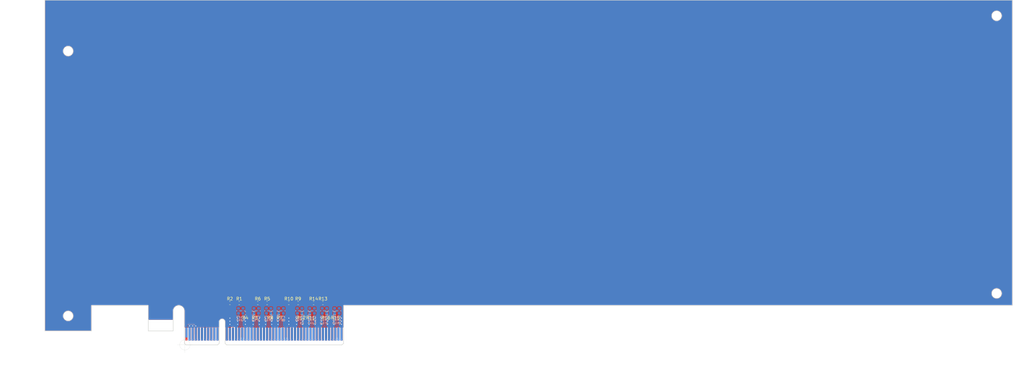
<source format=kicad_pcb>
(kicad_pcb (version 20171130) (host pcbnew 5.1.3-ffb9f22~84~ubuntu16.04.1)
  (title_block (title PCIexpress_x16_full) (company "Author: Luca Anastasio"))
  (layers (0 F.Cu power) (1 In1.Cu power) (2 In2.Cu power) (31 B.Cu power) (34 B.Paste user) (35 F.Paste user) (36 B.SilkS user) (37 F.SilkS user) (38 B.Mask user) (39 F.Mask user) (44 Edge.Cuts user))
  (net 0 "")
  (net 1 GND)
  (net 2 "Net-(J2-PadA33)")
  (net 3 "Net-(J2-PadA32)")
  (net 4 "Net-(J2-PadA19)")
  (net 5 +12V)
  (net 6 +3V3)
  (net 7 +3.3VA)
  (net 8 "Net-(J2-PadB12)")
  (net 9 "Net-(J2-PadB30)")
  (net 10 /PER0_P)
  (net 11 /PER0_N)
  (net 12 /PER1_P)
  (net 13 /PER1_N)
  (net 14 /PER2_P)
  (net 15 /PER2_N)
  (net 16 /PER3_P)
  (net 17 /PER3_N)
  (net 18 /PER4_P)
  (net 19 /PER4_N)
  (net 20 /PER5_P)
  (net 21 /PER5_N)
  (net 22 /PER6_P)
  (net 23 /PER6_N)
  (net 24 /PER7_P)
  (net 25 /PER7_N)
  (net 26 /~PRSNT2x8)
  (net 27 /PET7_N)
  (net 28 /PET7_P)
  (net 29 /PET6_N)
  (net 30 /PET6_P)
  (net 31 /PET5_N)
  (net 32 /PET5_P)
  (net 33 /PET4_N)
  (net 34 /PET4_P)
  (net 35 /~PRSNT2x4)
  (net 36 /PET3_N)
  (net 37 /PET3_P)
  (net 38 /PET2_N)
  (net 39 /PET2_P)
  (net 40 /PET1_N)
  (net 41 /PET1_P)
  (net 42 /SMCLK)
  (net 43 /SMDAT)
  (net 44 /~TRST)
  (net 45 /~WAKE)
  (net 46 /PET0_P)
  (net 47 /PET0_N)
  (net 48 /~PRSNT2x1)
  (net 49 /~PRSNT1)
  (net 50 /TCK)
  (net 51 /TDI)
  (net 52 /TDO)
  (net 53 /TMS)
  (net 54 /~PERST)
  (net 55 /REFCLK-)
  (net 56 /REFCLK+)
  (net 57 /PCIexpress_connector/_PER0_P)
  (net 58 /PCIexpress_connector/_PER0_N)
  (net 59 /PCIexpress_connector/_PER1_P)
  (net 60 /PCIexpress_connector/_PER1_N)
  (net 61 /PCIexpress_connector/_PER2_P)
  (net 62 /PCIexpress_connector/_PER2_N)
  (net 63 /PCIexpress_connector/_PER3_P)
  (net 64 /PCIexpress_connector/_PER3_N)
  (net 65 /PCIexpress_connector/_PER4_P)
  (net 66 /PCIexpress_connector/_PER4_N)
  (net 67 /PCIexpress_connector/_PER5_P)
  (net 68 /PCIexpress_connector/_PER5_N)
  (net 69 /PCIexpress_connector/_PER6_P)
  (net 70 /PCIexpress_connector/_PER6_N)
  (net 71 /PCIexpress_connector/_PER7_P)
  (net 72 /PCIexpress_connector/_PER7_N)
  (module PCIexpress:PCIexpress_x8 (layer F.Cu) (at 109.625 194.125)
    (fp_text reference J2 hide)
    (fp_text value PCIexpress_x8)
    (pad B49 connect rect (at 50.5 -3.5) (size 0.7 4.2) (layers F.Cu) (net 1 GND))
    (pad B48 connect rect (at 49.5 -4) (size 0.7 3.2) (layers F.Cu) (net 26 /~PRSNT2x8))
    (pad B47 connect rect (at 48.5 -3.5) (size 0.7 4.2) (layers F.Cu) (net 1 GND))
    (pad B46 connect rect (at 47.5 -3.5) (size 0.7 4.2) (layers F.Cu) (net 27 /PET7_N))
    (pad B45 connect rect (at 46.5 -3.5) (size 0.7 4.2) (layers F.Cu) (net 28 /PET7_P))
    (pad B44 connect rect (at 45.5 -3.5) (size 0.7 4.2) (layers F.Cu) (net 1 GND))
    (pad B43 connect rect (at 44.5 -3.5) (size 0.7 4.2) (layers F.Cu) (net 1 GND))
    (pad B42 connect rect (at 43.5 -3.5) (size 0.7 4.2) (layers F.Cu) (net 29 /PET6_N))
    (pad B41 connect rect (at 42.5 -3.5) (size 0.7 4.2) (layers F.Cu) (net 30 /PET6_P))
    (pad B40 connect rect (at 41.5 -3.5) (size 0.7 4.2) (layers F.Cu) (net 1 GND))
    (pad B39 connect rect (at 40.5 -3.5) (size 0.7 4.2) (layers F.Cu) (net 1 GND))
    (pad B38 connect rect (at 39.5 -3.5) (size 0.7 4.2) (layers F.Cu) (net 31 /PET5_N))
    (pad B37 connect rect (at 38.5 -3.5) (size 0.7 4.2) (layers F.Cu) (net 32 /PET5_P))
    (pad B36 connect rect (at 37.5 -3.5) (size 0.7 4.2) (layers F.Cu) (net 1 GND))
    (pad B35 connect rect (at 36.5 -3.5) (size 0.7 4.2) (layers F.Cu) (net 1 GND))
    (pad B34 connect rect (at 35.5 -3.5) (size 0.7 4.2) (layers F.Cu) (net 33 /PET4_N))
    (pad B33 connect rect (at 34.5 -3.5) (size 0.7 4.2) (layers F.Cu) (net 34 /PET4_P))
    (pad A49 connect rect (at 50.5 -3.5) (size 0.7 4.2) (layers B.Cu) (net 1 GND))
    (pad A48 connect rect (at 49.5 -3.5) (size 0.7 4.2) (layers B.Cu) (net 72 /PCIexpress_connector/_PER7_N))
    (pad A47 connect rect (at 48.5 -3.5) (size 0.7 4.2) (layers B.Cu) (net 71 /PCIexpress_connector/_PER7_P))
    (pad A46 connect rect (at 47.5 -3.5) (size 0.7 4.2) (layers B.Cu) (net 1 GND))
    (pad A45 connect rect (at 46.5 -3.5) (size 0.7 4.2) (layers B.Cu) (net 1 GND))
    (pad A44 connect rect (at 45.5 -3.5) (size 0.7 4.2) (layers B.Cu) (net 70 /PCIexpress_connector/_PER6_N))
    (pad A43 connect rect (at 44.5 -3.5) (size 0.7 4.2) (layers B.Cu) (net 69 /PCIexpress_connector/_PER6_P))
    (pad A42 connect rect (at 43.5 -3.5) (size 0.7 4.2) (layers B.Cu) (net 1 GND))
    (pad A41 connect rect (at 42.5 -3.5) (size 0.7 4.2) (layers B.Cu) (net 1 GND))
    (pad A40 connect rect (at 41.5 -3.5) (size 0.7 4.2) (layers B.Cu) (net 68 /PCIexpress_connector/_PER5_N))
    (pad A39 connect rect (at 40.5 -3.5) (size 0.7 4.2) (layers B.Cu) (net 67 /PCIexpress_connector/_PER5_P))
    (pad A38 connect rect (at 39.5 -3.5) (size 0.7 4.2) (layers B.Cu) (net 1 GND))
    (pad A37 connect rect (at 38.5 -3.5) (size 0.7 4.2) (layers B.Cu) (net 1 GND))
    (pad A36 connect rect (at 37.5 -3.5) (size 0.7 4.2) (layers B.Cu) (net 66 /PCIexpress_connector/_PER4_N))
    (pad A35 connect rect (at 36.5 -3.5) (size 0.7 4.2) (layers B.Cu) (net 65 /PCIexpress_connector/_PER4_P))
    (pad A34 connect rect (at 35.5 -3.5) (size 0.7 4.2) (layers B.Cu) (net 1 GND))
    (pad A33 connect rect (at 34.5 -3.5) (size 0.7 4.2) (layers B.Cu) (net 2 "Net-(J2-PadA33)"))
    (pad A32 connect rect (at 33.5 -3.5) (size 0.7 4.2) (layers B.Cu) (net 3 "Net-(J2-PadA32)"))
    (pad A31 connect rect (at 32.5 -3.5) (size 0.7 4.2) (layers B.Cu) (net 1 GND))
    (pad A30 connect rect (at 31.5 -3.5) (size 0.7 4.2) (layers B.Cu) (net 64 /PCIexpress_connector/_PER3_N))
    (pad A29 connect rect (at 30.5 -3.5) (size 0.7 4.2) (layers B.Cu) (net 63 /PCIexpress_connector/_PER3_P))
    (pad A28 connect rect (at 29.5 -3.5) (size 0.7 4.2) (layers B.Cu) (net 1 GND))
    (pad A27 connect rect (at 28.5 -3.5) (size 0.7 4.2) (layers B.Cu) (net 1 GND))
    (pad A26 connect rect (at 27.5 -3.5) (size 0.7 4.2) (layers B.Cu) (net 62 /PCIexpress_connector/_PER2_N))
    (pad A25 connect rect (at 26.5 -3.5) (size 0.7 4.2) (layers B.Cu) (net 61 /PCIexpress_connector/_PER2_P))
    (pad A24 connect rect (at 25.5 -3.5) (size 0.7 4.2) (layers B.Cu) (net 1 GND))
    (pad A23 connect rect (at 24.5 -3.5) (size 0.7 4.2) (layers B.Cu) (net 1 GND))
    (pad A22 connect rect (at 23.5 -3.5) (size 0.7 4.2) (layers B.Cu) (net 60 /PCIexpress_connector/_PER1_N))
    (pad A21 connect rect (at 22.5 -3.5) (size 0.7 4.2) (layers B.Cu) (net 59 /PCIexpress_connector/_PER1_P))
    (pad A20 connect rect (at 21.5 -3.5) (size 0.7 4.2) (layers B.Cu) (net 1 GND))
    (pad B32 connect rect (at 33.5 -3.5) (size 0.7 4.2) (layers F.Cu) (net 1 GND))
    (pad B31 connect rect (at 32.5 -4) (size 0.7 3.2) (layers F.Cu) (net 35 /~PRSNT2x4))
    (pad B30 connect rect (at 31.5 -3.5) (size 0.7 4.2) (layers F.Cu) (net 9 "Net-(J2-PadB30)"))
    (pad B29 connect rect (at 30.5 -3.5) (size 0.7 4.2) (layers F.Cu) (net 1 GND))
    (pad B28 connect rect (at 29.5 -3.5) (size 0.7 4.2) (layers F.Cu) (net 36 /PET3_N))
    (pad B27 connect rect (at 28.5 -3.5) (size 0.7 4.2) (layers F.Cu) (net 37 /PET3_P))
    (pad B26 connect rect (at 27.5 -3.5) (size 0.7 4.2) (layers F.Cu) (net 1 GND))
    (pad B25 connect rect (at 26.5 -3.5) (size 0.7 4.2) (layers F.Cu) (net 1 GND))
    (pad B24 connect rect (at 25.5 -3.5) (size 0.7 4.2) (layers F.Cu) (net 38 /PET2_N))
    (pad B23 connect rect (at 24.5 -3.5) (size 0.7 4.2) (layers F.Cu) (net 39 /PET2_P))
    (pad B22 connect rect (at 23.5 -3.5) (size 0.7 4.2) (layers F.Cu) (net 1 GND))
    (pad B21 connect rect (at 22.5 -3.5) (size 0.7 4.2) (layers F.Cu) (net 1 GND))
    (pad B20 connect rect (at 21.5 -3.5) (size 0.7 4.2) (layers F.Cu) (net 40 /PET1_N))
    (pad A19 connect rect (at 20.5 -3.5) (size 0.7 4.2) (layers B.Cu) (net 4 "Net-(J2-PadA19)"))
    (pad B19 connect rect (at 20.5 -3.5) (size 0.7 4.2) (layers F.Cu) (net 41 /PET1_P))
    (pad B1 connect rect (at 0.5 -3.5) (size 0.7 4.2) (layers F.Cu) (net 5 +12V))
    (pad B2 connect rect (at 1.5 -3.5) (size 0.7 4.2) (layers F.Cu) (net 5 +12V))
    (pad B3 connect rect (at 2.5 -3.5) (size 0.7 4.2) (layers F.Cu) (net 5 +12V))
    (pad B4 connect rect (at 3.5 -3.5) (size 0.7 4.2) (layers F.Cu) (net 1 GND))
    (pad B5 connect rect (at 4.5 -3.5) (size 0.7 4.2) (layers F.Cu) (net 42 /SMCLK))
    (pad B6 connect rect (at 5.5 -3.5) (size 0.7 4.2) (layers F.Cu) (net 43 /SMDAT))
    (pad B7 connect rect (at 6.5 -3.5) (size 0.7 4.2) (layers F.Cu) (net 1 GND))
    (pad B8 connect rect (at 7.5 -3.5) (size 0.7 4.2) (layers F.Cu) (net 6 +3V3))
    (pad B9 connect rect (at 8.5 -3.5) (size 0.7 4.2) (layers F.Cu) (net 44 /~TRST))
    (pad B10 connect rect (at 9.5 -3.5) (size 0.7 4.2) (layers F.Cu) (net 7 +3.3VA))
    (pad B11 connect rect (at 10.5 -3.5) (size 0.7 4.2) (layers F.Cu) (net 45 /~WAKE))
    (pad B14 connect rect (at 15.5 -3.5) (size 0.7 4.2) (layers F.Cu) (net 46 /PET0_P))
    (pad B15 connect rect (at 16.5 -3.5) (size 0.7 4.2) (layers F.Cu) (net 47 /PET0_N))
    (pad B16 connect rect (at 17.5 -3.5) (size 0.7 4.2) (layers F.Cu) (net 1 GND))
    (pad B17 connect rect (at 18.5 -4) (size 0.7 3.2) (layers F.Cu) (net 48 /~PRSNT2x1))
    (pad B18 connect rect (at 19.5 -3.5) (size 0.7 4.2) (layers F.Cu) (net 1 GND))
    (pad B12 connect rect (at 13.5 -3.5) (size 0.7 4.2) (layers F.Cu) (net 8 "Net-(J2-PadB12)"))
    (pad B13 connect rect (at 14.5 -3.5) (size 0.7 4.2) (layers F.Cu) (net 1 GND))
    (pad A1 connect rect (at 0.5 -4) (size 0.7 3.2) (layers B.Cu) (net 49 /~PRSNT1))
    (pad A2 connect rect (at 1.5 -3.5) (size 0.7 4.2) (layers B.Cu) (net 5 +12V))
    (pad A3 connect rect (at 2.5 -3.5) (size 0.7 4.2) (layers B.Cu) (net 5 +12V))
    (pad A4 connect rect (at 3.5 -3.5) (size 0.7 4.2) (layers B.Cu) (net 1 GND))
    (pad A5 connect rect (at 4.5 -3.5) (size 0.7 4.2) (layers B.Cu) (net 50 /TCK))
    (pad A6 connect rect (at 5.5 -3.5) (size 0.7 4.2) (layers B.Cu) (net 51 /TDI))
    (pad A7 connect rect (at 6.5 -3.5) (size 0.7 4.2) (layers B.Cu) (net 52 /TDO))
    (pad A8 connect rect (at 7.5 -3.5) (size 0.7 4.2) (layers B.Cu) (net 53 /TMS))
    (pad A9 connect rect (at 8.5 -3.5) (size 0.7 4.2) (layers B.Cu) (net 6 +3V3))
    (pad A10 connect rect (at 9.5 -3.5) (size 0.7 4.2) (layers B.Cu) (net 6 +3V3))
    (pad A11 connect rect (at 10.5 -3.5) (size 0.7 4.2) (layers B.Cu) (net 54 /~PERST))
    (pad A14 connect rect (at 15.5 -3.5) (size 0.7 4.2) (layers B.Cu) (net 55 /REFCLK-))
    (pad A15 connect rect (at 16.5 -3.5) (size 0.7 4.2) (layers B.Cu) (net 1 GND))
    (pad A16 connect rect (at 17.5 -3.5) (size 0.7 4.2) (layers B.Cu) (net 57 /PCIexpress_connector/_PER0_P))
    (pad A17 connect rect (at 18.5 -3.5) (size 0.7 4.2) (layers B.Cu) (net 58 /PCIexpress_connector/_PER0_N))
    (pad A18 connect rect (at 19.5 -3.5) (size 0.7 4.2) (layers B.Cu) (net 1 GND))
    (pad A12 connect rect (at 13.5 -3.5) (size 0.7 4.2) (layers B.Cu) (net 1 GND))
    (pad A13 connect rect (at 14.5 -3.5) (size 0.7 4.2) (layers B.Cu) (net 56 /REFCLK+))
  )
  (module Resistor_SMD:R_0603_1608Metric (layer F.Cu) (at 155.125 183.875 180)
    (fp_text reference R16 (at 0 -1.5) (layer F.SilkS))
    (fp_text value 49.9)
    (fp_line (start -0.162779 0.51) (end 0.162779 0.51) (layer F.SilkS) (width 0.12))
    (fp_line (start -0.162779 -0.51) (end 0.162779 -0.51) (layer F.SilkS) (width 0.12))
    (pad 2 smd roundrect (at 0.7875 0 180) (size 0.875 0.95) (layers F.Cu F.Paste F.Mask) (net 1 GND))
    (pad 1 smd roundrect (at -0.7875 0 180) (size 0.875 0.95) (layers F.Cu F.Paste F.Mask) (net 28 /PET7_P))
  )
  (module Resistor_SMD:R_0603_1608Metric (layer F.Cu) (at 158.125 183.875)
    (fp_text reference R15 (at 0 1.5) (layer F.SilkS))
    (fp_text value 49.9)
    (fp_line (start -0.162779 0.51) (end 0.162779 0.51) (layer F.SilkS) (width 0.12))
    (fp_line (start -0.162779 -0.51) (end 0.162779 -0.51) (layer F.SilkS) (width 0.12))
    (pad 2 smd roundrect (at 0.7875 0) (size 0.875 0.95) (layers F.Cu F.Paste F.Mask) (net 1 GND))
    (pad 1 smd roundrect (at -0.7875 0) (size 0.875 0.95) (layers F.Cu F.Paste F.Mask) (net 27 /PET7_N))
  )
  (module Resistor_SMD:R_0603_1608Metric (layer F.Cu) (at 151.125 180.625 180)
    (fp_text reference R14 (at 0 1.375) (layer F.SilkS))
    (fp_text value 49.9)
    (fp_line (start -0.162779 0.51) (end 0.162779 0.51) (layer F.SilkS) (width 0.12))
    (fp_line (start -0.162779 -0.51) (end 0.162779 -0.51) (layer F.SilkS) (width 0.12))
    (pad 2 smd roundrect (at 0.7875 0 180) (size 0.875 0.95) (layers F.Cu F.Paste F.Mask) (net 1 GND))
    (pad 1 smd roundrect (at -0.7875 0 180) (size 0.875 0.95) (layers F.Cu F.Paste F.Mask) (net 30 /PET6_P))
  )
  (module Resistor_SMD:R_0603_1608Metric (layer F.Cu) (at 154.125 180.625)
    (fp_text reference R13 (at 0 -1.375) (layer F.SilkS))
    (fp_text value 49.9)
    (fp_line (start -0.162779 0.51) (end 0.162779 0.51) (layer F.SilkS) (width 0.12))
    (fp_line (start -0.162779 -0.51) (end 0.162779 -0.51) (layer F.SilkS) (width 0.12))
    (pad 2 smd roundrect (at 0.7875 0) (size 0.875 0.95) (layers F.Cu F.Paste F.Mask) (net 1 GND))
    (pad 1 smd roundrect (at -0.7875 0) (size 0.875 0.95) (layers F.Cu F.Paste F.Mask) (net 29 /PET6_N))
  )
  (module Resistor_SMD:R_0603_1608Metric (layer F.Cu) (at 147.125 183.875 180)
    (fp_text reference R12 (at 0 -1.5) (layer F.SilkS))
    (fp_text value 49.9)
    (fp_line (start -0.162779 0.51) (end 0.162779 0.51) (layer F.SilkS) (width 0.12))
    (fp_line (start -0.162779 -0.51) (end 0.162779 -0.51) (layer F.SilkS) (width 0.12))
    (pad 2 smd roundrect (at 0.7875 0 180) (size 0.875 0.95) (layers F.Cu F.Paste F.Mask) (net 1 GND))
    (pad 1 smd roundrect (at -0.7875 0 180) (size 0.875 0.95) (layers F.Cu F.Paste F.Mask) (net 32 /PET5_P))
  )
  (module Resistor_SMD:R_0603_1608Metric (layer F.Cu) (at 150.125 183.875)
    (fp_text reference R11 (at 0 1.5) (layer F.SilkS))
    (fp_text value 49.9)
    (fp_line (start -0.162779 0.51) (end 0.162779 0.51) (layer F.SilkS) (width 0.12))
    (fp_line (start -0.162779 -0.51) (end 0.162779 -0.51) (layer F.SilkS) (width 0.12))
    (pad 2 smd roundrect (at 0.7875 0) (size 0.875 0.95) (layers F.Cu F.Paste F.Mask) (net 1 GND))
    (pad 1 smd roundrect (at -0.7875 0) (size 0.875 0.95) (layers F.Cu F.Paste F.Mask) (net 31 /PET5_N))
  )
  (module Resistor_SMD:R_0603_1608Metric (layer F.Cu) (at 143.125 180.625 180)
    (fp_text reference R10 (at 0 1.375) (layer F.SilkS))
    (fp_text value 49.9)
    (fp_line (start -0.162779 0.51) (end 0.162779 0.51) (layer F.SilkS) (width 0.12))
    (fp_line (start -0.162779 -0.51) (end 0.162779 -0.51) (layer F.SilkS) (width 0.12))
    (pad 2 smd roundrect (at 0.7875 0 180) (size 0.875 0.95) (layers F.Cu F.Paste F.Mask) (net 1 GND))
    (pad 1 smd roundrect (at -0.7875 0 180) (size 0.875 0.95) (layers F.Cu F.Paste F.Mask) (net 34 /PET4_P))
  )
  (module Resistor_SMD:R_0603_1608Metric (layer F.Cu) (at 146.125 180.625)
    (fp_text reference R9 (at 0 -1.375) (layer F.SilkS))
    (fp_text value 49.9)
    (fp_line (start -0.162779 0.51) (end 0.162779 0.51) (layer F.SilkS) (width 0.12))
    (fp_line (start -0.162779 -0.51) (end 0.162779 -0.51) (layer F.SilkS) (width 0.12))
    (pad 2 smd roundrect (at 0.7875 0) (size 0.875 0.95) (layers F.Cu F.Paste F.Mask) (net 1 GND))
    (pad 1 smd roundrect (at -0.7875 0) (size 0.875 0.95) (layers F.Cu F.Paste F.Mask) (net 33 /PET4_N))
  )
  (module Resistor_SMD:R_0603_1608Metric (layer F.Cu) (at 137.125 183.875 180)
    (fp_text reference R8 (at 0 -1.5) (layer F.SilkS))
    (fp_text value 49.9)
    (fp_line (start -0.162779 0.51) (end 0.162779 0.51) (layer F.SilkS) (width 0.12))
    (fp_line (start -0.162779 -0.51) (end 0.162779 -0.51) (layer F.SilkS) (width 0.12))
    (pad 2 smd roundrect (at 0.7875 0 180) (size 0.875 0.95) (layers F.Cu F.Paste F.Mask) (net 1 GND))
    (pad 1 smd roundrect (at -0.7875 0 180) (size 0.875 0.95) (layers F.Cu F.Paste F.Mask) (net 37 /PET3_P))
  )
  (module Resistor_SMD:R_0603_1608Metric (layer F.Cu) (at 140.125 183.875)
    (fp_text reference R7 (at 0 1.5) (layer F.SilkS))
    (fp_text value 49.9)
    (fp_line (start -0.162779 0.51) (end 0.162779 0.51) (layer F.SilkS) (width 0.12))
    (fp_line (start -0.162779 -0.51) (end 0.162779 -0.51) (layer F.SilkS) (width 0.12))
    (pad 2 smd roundrect (at 0.7875 0) (size 0.875 0.95) (layers F.Cu F.Paste F.Mask) (net 1 GND))
    (pad 1 smd roundrect (at -0.7875 0) (size 0.875 0.95) (layers F.Cu F.Paste F.Mask) (net 36 /PET3_N))
  )
  (module Resistor_SMD:R_0603_1608Metric (layer F.Cu) (at 133.125 180.625 180)
    (fp_text reference R6 (at 0 1.375) (layer F.SilkS))
    (fp_text value 49.9)
    (fp_line (start -0.162779 0.51) (end 0.162779 0.51) (layer F.SilkS) (width 0.12))
    (fp_line (start -0.162779 -0.51) (end 0.162779 -0.51) (layer F.SilkS) (width 0.12))
    (pad 2 smd roundrect (at 0.7875 0 180) (size 0.875 0.95) (layers F.Cu F.Paste F.Mask) (net 1 GND))
    (pad 1 smd roundrect (at -0.7875 0 180) (size 0.875 0.95) (layers F.Cu F.Paste F.Mask) (net 39 /PET2_P))
  )
  (module Resistor_SMD:R_0603_1608Metric (layer F.Cu) (at 136.125 180.625)
    (fp_text reference R5 (at 0 -1.375) (layer F.SilkS))
    (fp_text value 49.9)
    (fp_line (start -0.162779 0.51) (end 0.162779 0.51) (layer F.SilkS) (width 0.12))
    (fp_line (start -0.162779 -0.51) (end 0.162779 -0.51) (layer F.SilkS) (width 0.12))
    (pad 2 smd roundrect (at 0.7875 0) (size 0.875 0.95) (layers F.Cu F.Paste F.Mask) (net 1 GND))
    (pad 1 smd roundrect (at -0.7875 0) (size 0.875 0.95) (layers F.Cu F.Paste F.Mask) (net 38 /PET2_N))
  )
  (module Resistor_SMD:R_0603_1608Metric (layer F.Cu) (at 129.125 183.875 180)
    (fp_text reference R4 (at 0 -1.5) (layer F.SilkS))
    (fp_text value 49.9)
    (fp_line (start -0.162779 0.51) (end 0.162779 0.51) (layer F.SilkS) (width 0.12))
    (fp_line (start -0.162779 -0.51) (end 0.162779 -0.51) (layer F.SilkS) (width 0.12))
    (pad 2 smd roundrect (at 0.7875 0 180) (size 0.875 0.95) (layers F.Cu F.Paste F.Mask) (net 1 GND))
    (pad 1 smd roundrect (at -0.7875 0 180) (size 0.875 0.95) (layers F.Cu F.Paste F.Mask) (net 41 /PET1_P))
  )
  (module Resistor_SMD:R_0603_1608Metric (layer F.Cu) (at 132.125 183.875)
    (fp_text reference R3 (at 0 1.5) (layer F.SilkS))
    (fp_text value 49.9)
    (fp_line (start -0.162779 0.51) (end 0.162779 0.51) (layer F.SilkS) (width 0.12))
    (fp_line (start -0.162779 -0.51) (end 0.162779 -0.51) (layer F.SilkS) (width 0.12))
    (pad 2 smd roundrect (at 0.7875 0) (size 0.875 0.95) (layers F.Cu F.Paste F.Mask) (net 1 GND))
    (pad 1 smd roundrect (at -0.7875 0) (size 0.875 0.95) (layers F.Cu F.Paste F.Mask) (net 40 /PET1_N))
  )
  (module Capacitor_SMD:C_0603_1608Metric (layer B.Cu) (at 159.375 183.125 90)
    (fp_text reference C16 (at -3 0 90) (layer B.SilkS) (effects (justify mirror)))
    (fp_text value 100n)
    (fp_line (start -0.162779 -0.51) (end 0.162779 -0.51) (layer B.SilkS) (width 0.12))
    (fp_line (start -0.162779 0.51) (end 0.162779 0.51) (layer B.SilkS) (width 0.12))
    (pad 2 smd roundrect (at 0.7875 0 90) (size 0.875 0.95) (layers B.Cu B.Paste B.Mask) (net 25 /PER7_N))
    (pad 1 smd roundrect (at -0.7875 0 90) (size 0.875 0.95) (layers B.Cu B.Paste B.Mask) (net 72 /PCIexpress_connector/_PER7_N))
  )
  (module Capacitor_SMD:C_0603_1608Metric (layer B.Cu) (at 157.875 183.125 270)
    (fp_text reference C15 (at 3 0 90) (layer B.SilkS) (effects (justify mirror)))
    (fp_text value 100n)
    (fp_line (start -0.162779 -0.51) (end 0.162779 -0.51) (layer B.SilkS) (width 0.12))
    (fp_line (start -0.162779 0.51) (end 0.162779 0.51) (layer B.SilkS) (width 0.12))
    (pad 2 smd roundrect (at 0.7875 0 270) (size 0.875 0.95) (layers B.Cu B.Paste B.Mask) (net 71 /PCIexpress_connector/_PER7_P))
    (pad 1 smd roundrect (at -0.7875 0 270) (size 0.875 0.95) (layers B.Cu B.Paste B.Mask) (net 24 /PER7_P))
  )
  (module Capacitor_SMD:C_0603_1608Metric (layer B.Cu) (at 155.375 183.125 90)
    (fp_text reference C14 (at -3 0 90) (layer B.SilkS) (effects (justify mirror)))
    (fp_text value 100n)
    (fp_line (start -0.162779 -0.51) (end 0.162779 -0.51) (layer B.SilkS) (width 0.12))
    (fp_line (start -0.162779 0.51) (end 0.162779 0.51) (layer B.SilkS) (width 0.12))
    (pad 2 smd roundrect (at 0.7875 0 90) (size 0.875 0.95) (layers B.Cu B.Paste B.Mask) (net 23 /PER6_N))
    (pad 1 smd roundrect (at -0.7875 0 90) (size 0.875 0.95) (layers B.Cu B.Paste B.Mask) (net 70 /PCIexpress_connector/_PER6_N))
  )
  (module Capacitor_SMD:C_0603_1608Metric (layer B.Cu) (at 153.875 183.125 270)
    (fp_text reference C13 (at 3 0 90) (layer B.SilkS) (effects (justify mirror)))
    (fp_text value 100n)
    (fp_line (start -0.162779 -0.51) (end 0.162779 -0.51) (layer B.SilkS) (width 0.12))
    (fp_line (start -0.162779 0.51) (end 0.162779 0.51) (layer B.SilkS) (width 0.12))
    (pad 2 smd roundrect (at 0.7875 0 270) (size 0.875 0.95) (layers B.Cu B.Paste B.Mask) (net 69 /PCIexpress_connector/_PER6_P))
    (pad 1 smd roundrect (at -0.7875 0 270) (size 0.875 0.95) (layers B.Cu B.Paste B.Mask) (net 22 /PER6_P))
  )
  (module Capacitor_SMD:C_0603_1608Metric (layer B.Cu) (at 151.375 183.125 90)
    (fp_text reference C12 (at -3 0 90) (layer B.SilkS) (effects (justify mirror)))
    (fp_text value 100n)
    (fp_line (start -0.162779 -0.51) (end 0.162779 -0.51) (layer B.SilkS) (width 0.12))
    (fp_line (start -0.162779 0.51) (end 0.162779 0.51) (layer B.SilkS) (width 0.12))
    (pad 2 smd roundrect (at 0.7875 0 90) (size 0.875 0.95) (layers B.Cu B.Paste B.Mask) (net 21 /PER5_N))
    (pad 1 smd roundrect (at -0.7875 0 90) (size 0.875 0.95) (layers B.Cu B.Paste B.Mask) (net 68 /PCIexpress_connector/_PER5_N))
  )
  (module Capacitor_SMD:C_0603_1608Metric (layer B.Cu) (at 149.875 183.125 270)
    (fp_text reference C11 (at 3 0 90) (layer B.SilkS) (effects (justify mirror)))
    (fp_text value 100n)
    (fp_line (start -0.162779 -0.51) (end 0.162779 -0.51) (layer B.SilkS) (width 0.12))
    (fp_line (start -0.162779 0.51) (end 0.162779 0.51) (layer B.SilkS) (width 0.12))
    (pad 2 smd roundrect (at 0.7875 0 270) (size 0.875 0.95) (layers B.Cu B.Paste B.Mask) (net 67 /PCIexpress_connector/_PER5_P))
    (pad 1 smd roundrect (at -0.7875 0 270) (size 0.875 0.95) (layers B.Cu B.Paste B.Mask) (net 20 /PER5_P))
  )
  (module Capacitor_SMD:C_0603_1608Metric (layer B.Cu) (at 147.375 183.125 90)
    (fp_text reference C10 (at -3 0 90) (layer B.SilkS) (effects (justify mirror)))
    (fp_text value 100n)
    (fp_line (start -0.162779 -0.51) (end 0.162779 -0.51) (layer B.SilkS) (width 0.12))
    (fp_line (start -0.162779 0.51) (end 0.162779 0.51) (layer B.SilkS) (width 0.12))
    (pad 2 smd roundrect (at 0.7875 0 90) (size 0.875 0.95) (layers B.Cu B.Paste B.Mask) (net 19 /PER4_N))
    (pad 1 smd roundrect (at -0.7875 0 90) (size 0.875 0.95) (layers B.Cu B.Paste B.Mask) (net 66 /PCIexpress_connector/_PER4_N))
  )
  (module Capacitor_SMD:C_0603_1608Metric (layer B.Cu) (at 145.875 183.125 270)
    (fp_text reference C9 (at 2.5 0 90) (layer B.SilkS) (effects (justify mirror)))
    (fp_text value 100n)
    (fp_line (start -0.162779 -0.51) (end 0.162779 -0.51) (layer B.SilkS) (width 0.12))
    (fp_line (start -0.162779 0.51) (end 0.162779 0.51) (layer B.SilkS) (width 0.12))
    (pad 2 smd roundrect (at 0.7875 0 270) (size 0.875 0.95) (layers B.Cu B.Paste B.Mask) (net 65 /PCIexpress_connector/_PER4_P))
    (pad 1 smd roundrect (at -0.7875 0 270) (size 0.875 0.95) (layers B.Cu B.Paste B.Mask) (net 18 /PER4_P))
  )
  (module Capacitor_SMD:C_0603_1608Metric (layer B.Cu) (at 141.375 183.125 90)
    (fp_text reference C8 (at -2.5 0 90) (layer B.SilkS) (effects (justify mirror)))
    (fp_text value 100n)
    (fp_line (start -0.162779 -0.51) (end 0.162779 -0.51) (layer B.SilkS) (width 0.12))
    (fp_line (start -0.162779 0.51) (end 0.162779 0.51) (layer B.SilkS) (width 0.12))
    (pad 2 smd roundrect (at 0.7875 0 90) (size 0.875 0.95) (layers B.Cu B.Paste B.Mask) (net 17 /PER3_N))
    (pad 1 smd roundrect (at -0.7875 0 90) (size 0.875 0.95) (layers B.Cu B.Paste B.Mask) (net 64 /PCIexpress_connector/_PER3_N))
  )
  (module Capacitor_SMD:C_0603_1608Metric (layer B.Cu) (at 139.875 183.125 270)
    (fp_text reference C7 (at 2.5 0 90) (layer B.SilkS) (effects (justify mirror)))
    (fp_text value 100n)
    (fp_line (start -0.162779 -0.51) (end 0.162779 -0.51) (layer B.SilkS) (width 0.12))
    (fp_line (start -0.162779 0.51) (end 0.162779 0.51) (layer B.SilkS) (width 0.12))
    (pad 2 smd roundrect (at 0.7875 0 270) (size 0.875 0.95) (layers B.Cu B.Paste B.Mask) (net 63 /PCIexpress_connector/_PER3_P))
    (pad 1 smd roundrect (at -0.7875 0 270) (size 0.875 0.95) (layers B.Cu B.Paste B.Mask) (net 16 /PER3_P))
  )
  (module Capacitor_SMD:C_0603_1608Metric (layer B.Cu) (at 137.375 183.125 90)
    (fp_text reference C6 (at -2.5 0 90) (layer B.SilkS) (effects (justify mirror)))
    (fp_text value 100n)
    (fp_line (start -0.162779 -0.51) (end 0.162779 -0.51) (layer B.SilkS) (width 0.12))
    (fp_line (start -0.162779 0.51) (end 0.162779 0.51) (layer B.SilkS) (width 0.12))
    (pad 2 smd roundrect (at 0.7875 0 90) (size 0.875 0.95) (layers B.Cu B.Paste B.Mask) (net 15 /PER2_N))
    (pad 1 smd roundrect (at -0.7875 0 90) (size 0.875 0.95) (layers B.Cu B.Paste B.Mask) (net 62 /PCIexpress_connector/_PER2_N))
  )
  (module Capacitor_SMD:C_0603_1608Metric (layer B.Cu) (at 135.875 183.125 270)
    (fp_text reference C5 (at 2.5 0 90) (layer B.SilkS) (effects (justify mirror)))
    (fp_text value 100n)
    (fp_line (start -0.162779 -0.51) (end 0.162779 -0.51) (layer B.SilkS) (width 0.12))
    (fp_line (start -0.162779 0.51) (end 0.162779 0.51) (layer B.SilkS) (width 0.12))
    (pad 2 smd roundrect (at 0.7875 0 270) (size 0.875 0.95) (layers B.Cu B.Paste B.Mask) (net 61 /PCIexpress_connector/_PER2_P))
    (pad 1 smd roundrect (at -0.7875 0 270) (size 0.875 0.95) (layers B.Cu B.Paste B.Mask) (net 14 /PER2_P))
  )
  (module Capacitor_SMD:C_0603_1608Metric (layer B.Cu) (at 133.375 183.125 90)
    (fp_text reference C4 (at -2.5 0 90) (layer B.SilkS) (effects (justify mirror)))
    (fp_text value 100n)
    (fp_line (start -0.162779 -0.51) (end 0.162779 -0.51) (layer B.SilkS) (width 0.12))
    (fp_line (start -0.162779 0.51) (end 0.162779 0.51) (layer B.SilkS) (width 0.12))
    (pad 2 smd roundrect (at 0.7875 0 90) (size 0.875 0.95) (layers B.Cu B.Paste B.Mask) (net 13 /PER1_N))
    (pad 1 smd roundrect (at -0.7875 0 90) (size 0.875 0.95) (layers B.Cu B.Paste B.Mask) (net 60 /PCIexpress_connector/_PER1_N))
  )
  (module Capacitor_SMD:C_0603_1608Metric (layer B.Cu) (at 131.875 183.125 270)
    (fp_text reference C3 (at 2.5 0 90) (layer B.SilkS) (effects (justify mirror)))
    (fp_text value 100n)
    (fp_line (start -0.162779 -0.51) (end 0.162779 -0.51) (layer B.SilkS) (width 0.12))
    (fp_line (start -0.162779 0.51) (end 0.162779 0.51) (layer B.SilkS) (width 0.12))
    (pad 2 smd roundrect (at 0.7875 0 270) (size 0.875 0.95) (layers B.Cu B.Paste B.Mask) (net 59 /PCIexpress_connector/_PER1_P))
    (pad 1 smd roundrect (at -0.7875 0 270) (size 0.875 0.95) (layers B.Cu B.Paste B.Mask) (net 12 /PER1_P))
  )
  (module Capacitor_SMD:C_0603_1608Metric (layer B.Cu) (at 128.375 183.125 90)
    (fp_text reference C2 (at -2.5 0 90) (layer B.SilkS) (effects (justify mirror)))
    (fp_text value 100n)
    (fp_line (start -0.162779 -0.51) (end 0.162779 -0.51) (layer B.SilkS) (width 0.12))
    (fp_line (start -0.162779 0.51) (end 0.162779 0.51) (layer B.SilkS) (width 0.12))
    (pad 2 smd roundrect (at 0.7875 0 90) (size 0.875 0.95) (layers B.Cu B.Paste B.Mask) (net 11 /PER0_N))
    (pad 1 smd roundrect (at -0.7875 0 90) (size 0.875 0.95) (layers B.Cu B.Paste B.Mask) (net 58 /PCIexpress_connector/_PER0_N))
  )
  (module Capacitor_SMD:C_0603_1608Metric (layer B.Cu) (at 126.875 183.125 270)
    (fp_text reference C1 (at 2.5 0 90) (layer B.SilkS) (effects (justify mirror)))
    (fp_text value 100n)
    (fp_line (start -0.162779 -0.51) (end 0.162779 -0.51) (layer B.SilkS) (width 0.12))
    (fp_line (start -0.162779 0.51) (end 0.162779 0.51) (layer B.SilkS) (width 0.12))
    (pad 2 smd roundrect (at 0.7875 0 270) (size 0.875 0.95) (layers B.Cu B.Paste B.Mask) (net 57 /PCIexpress_connector/_PER0_P))
    (pad 1 smd roundrect (at -0.7875 0 270) (size 0.875 0.95) (layers B.Cu B.Paste B.Mask) (net 10 /PER0_P))
  )
  (module Resistor_SMD:R_0603_1608Metric (layer F.Cu) (at 124.125 180.625 180)
    (fp_text reference R2 (at 0 1.375) (layer F.SilkS))
    (fp_text value 49.9)
    (fp_line (start -0.162779 0.51) (end 0.162779 0.51) (layer F.SilkS) (width 0.12))
    (fp_line (start -0.162779 -0.51) (end 0.162779 -0.51) (layer F.SilkS) (width 0.12))
    (pad 2 smd roundrect (at 0.7875 0 180) (size 0.875 0.95) (layers F.Cu F.Paste F.Mask) (net 1 GND))
    (pad 1 smd roundrect (at -0.7875 0 180) (size 0.875 0.95) (layers F.Cu F.Paste F.Mask) (net 46 /PET0_P))
  )
  (module Resistor_SMD:R_0603_1608Metric (layer F.Cu) (at 127.125 180.625)
    (fp_text reference R1 (at 0 -1.375) (layer F.SilkS))
    (fp_text value 49.9)
    (fp_line (start -0.162779 0.51) (end 0.162779 0.51) (layer F.SilkS) (width 0.12))
    (fp_line (start -0.162779 -0.51) (end 0.162779 -0.51) (layer F.SilkS) (width 0.12))
    (pad 2 smd roundrect (at 0.7875 0) (size 0.875 0.95) (layers F.Cu F.Paste F.Mask) (net 1 GND))
    (pad 1 smd roundrect (at -0.7875 0) (size 0.875 0.95) (layers F.Cu F.Paste F.Mask) (net 47 /PET0_N))
  )
  (module PCIexpress:PCIexpress_bracket_full (layer F.Cu) (at 109.625 194.125)
    (fp_text reference J1 hide)
    (fp_text value PCIexpress_bracket)
  )
  (gr_line (start 160.275 194.125) (end 123.075 194.125) (layer Edge.Cuts) (width 0.15))
  (gr_line (start 160.775 181.375) (end 376.4777 181.375) (layer Edge.Cuts) (width 0.15))
  (gr_line (start 160.775 193.625) (end 160.775 181.375) (layer Edge.Cuts) (width 0.15))
  (gr_line (start 160.275 194.125) (end 160.775 193.625) (layer Edge.Cuts) (width 0.15))
  (target plus (at 109.625 194.125) (size 5) (width 0.05) (layer Edge.Cuts))
  (gr_circle (center 371.395 87.995) (end 372.995 87.995) (layer Edge.Cuts) (width 0.15))
  (gr_circle (center 371.395 177.525) (end 372.995 177.525) (layer Edge.Cuts) (width 0.15))
  (gr_circle (center 71.975 99.375) (end 73.575 99.375) (layer Edge.Cuts) (width 0.15))
  (gr_circle (center 71.975 184.775) (end 73.575 184.775) (layer Edge.Cuts) (width 0.15))
  (gr_arc (start 107.65 183.2) (end 109.475 183.2) (angle -180) (layer Edge.Cuts) (width 0.15))
  (gr_arc (start 121.625 186.675) (end 122.575 186.675) (angle -180) (layer Edge.Cuts) (width 0.15))
  (gr_line (start 109.475 183.2) (end 109.475 193.625) (layer Edge.Cuts) (width 0.15))
  (gr_line (start 105.825 189.625) (end 105.825 183.2) (layer Edge.Cuts) (width 0.15))
  (gr_line (start 97.825 189.625) (end 105.825 189.625) (layer Edge.Cuts) (width 0.15))
  (gr_line (start 97.825 181.375) (end 97.825 189.625) (layer Edge.Cuts) (width 0.15))
  (gr_line (start 79.475 181.375) (end 97.825 181.375) (layer Edge.Cuts) (width 0.15))
  (gr_line (start 79.475 189.625) (end 79.475 181.375) (layer Edge.Cuts) (width 0.15))
  (gr_line (start 64.475 189.625) (end 79.475 189.625) (layer Edge.Cuts) (width 0.15))
  (gr_line (start 64.475 82.975) (end 64.475 189.625) (layer Edge.Cuts) (width 0.15))
  (gr_line (start 376.475 82.975) (end 64.475 82.975) (layer Edge.Cuts) (width 0.15))
  (gr_line (start 376.4777 181.375) (end 376.475 82.975) (layer Edge.Cuts) (width 0.15))
  (gr_line (start 122.575 193.625) (end 123.075 194.125) (layer Edge.Cuts) (width 0.15))
  (gr_line (start 122.575 186.675) (end 122.575 193.625) (layer Edge.Cuts) (width 0.15))
  (gr_line (start 120.675 193.625) (end 120.675 186.675) (layer Edge.Cuts) (width 0.15))
  (gr_line (start 120.175 194.125) (end 120.675 193.625) (layer Edge.Cuts) (width 0.15))
  (gr_line (start 109.975 194.125) (end 120.175 194.125) (layer Edge.Cuts) (width 0.15))
  (gr_line (start 109.475 193.625) (end 109.975 194.125) (layer Edge.Cuts) (width 0.15))
  (via (at 124.125 185.5) (size 0.55) (drill 0.3) (layers F.Cu B.Cu) (net 1))
  (via (at 143.125 185.5) (size 0.55) (drill 0.3) (layers F.Cu B.Cu) (net 1))
  (via (at 157.625 185.5) (size 0.55) (drill 0.3) (layers F.Cu B.Cu) (net 1))
  (via (at 135.625 185.5) (size 0.55) (drill 0.3) (layers F.Cu B.Cu) (net 1))
  (via (at 139.625 185.5) (size 0.55) (drill 0.3) (layers F.Cu B.Cu) (net 1))
  (via (at 133.625 185.5) (size 0.55) (drill 0.3) (layers F.Cu B.Cu) (net 1))
  (via (at 129.125 185.5) (size 0.55) (drill 0.3) (layers F.Cu B.Cu) (net 1))
  (via (at 155.625 185.5) (size 0.55) (drill 0.3) (layers F.Cu B.Cu) (net 1))
  (via (at 149.625 185.5) (size 0.55) (drill 0.3) (layers F.Cu B.Cu) (net 1))
  (via (at 147.625 185.5) (size 0.55) (drill 0.3) (layers F.Cu B.Cu) (net 1))
  (via (at 145.625 185.5) (size 0.55) (drill 0.3) (layers F.Cu B.Cu) (net 1))
  (via (at 160.125 185.5) (size 0.55) (drill 0.3) (layers F.Cu B.Cu) (net 1))
  (via (at 151.625 185.5) (size 0.55) (drill 0.3) (layers F.Cu B.Cu) (net 1))
  (via (at 153.625 185.5) (size 0.55) (drill 0.3) (layers F.Cu B.Cu) (net 1))
  (via (at 126.625 185.5) (size 0.55) (drill 0.3) (layers F.Cu B.Cu) (net 1))
  (via (at 131.625 185.5) (size 0.55) (drill 0.3) (layers F.Cu B.Cu) (net 1))
  (via (at 137.625 185.5) (size 0.55) (drill 0.3) (layers F.Cu B.Cu) (net 1))
  (via (at 124.125 186.5) (size 0.55) (drill 0.3) (layers F.Cu B.Cu) (net 1))
  (via (at 143.125 186.5) (size 0.55) (drill 0.3) (layers F.Cu B.Cu) (net 1))
  (via (at 157.625 186.5) (size 0.55) (drill 0.3) (layers F.Cu B.Cu) (net 1))
  (via (at 135.625 186.5) (size 0.55) (drill 0.3) (layers F.Cu B.Cu) (net 1))
  (via (at 139.625 186.5) (size 0.55) (drill 0.3) (layers F.Cu B.Cu) (net 1))
  (via (at 133.625 186.5) (size 0.55) (drill 0.3) (layers F.Cu B.Cu) (net 1))
  (via (at 129.125 186.5) (size 0.55) (drill 0.3) (layers F.Cu B.Cu) (net 1))
  (via (at 155.625 186.5) (size 0.55) (drill 0.3) (layers F.Cu B.Cu) (net 1))
  (via (at 149.625 186.5) (size 0.55) (drill 0.3) (layers F.Cu B.Cu) (net 1))
  (via (at 147.625 186.5) (size 0.55) (drill 0.3) (layers F.Cu B.Cu) (net 1))
  (via (at 145.625 186.5) (size 0.55) (drill 0.3) (layers F.Cu B.Cu) (net 1))
  (via (at 160.125 186.5) (size 0.55) (drill 0.3) (layers F.Cu B.Cu) (net 1))
  (via (at 151.625 186.5) (size 0.55) (drill 0.3) (layers F.Cu B.Cu) (net 1))
  (via (at 153.625 186.5) (size 0.55) (drill 0.3) (layers F.Cu B.Cu) (net 1))
  (via (at 126.625 186.5) (size 0.55) (drill 0.3) (layers F.Cu B.Cu) (net 1))
  (via (at 131.625 186.5) (size 0.55) (drill 0.3) (layers F.Cu B.Cu) (net 1))
  (via (at 137.625 186.5) (size 0.55) (drill 0.3) (layers F.Cu B.Cu) (net 1))
  (via (at 131.625 187.5) (size 0.55) (drill 0.3) (layers F.Cu B.Cu) (net 1))
  (via (at 133.625 187.5) (size 0.55) (drill 0.3) (layers F.Cu B.Cu) (net 1))
  (via (at 129.125 187.5) (size 0.55) (drill 0.3) (layers F.Cu B.Cu) (net 1))
  (via (at 126.625 187.5) (size 0.55) (drill 0.3) (layers F.Cu B.Cu) (net 1))
  (via (at 124.125 187.5) (size 0.55) (drill 0.3) (layers F.Cu B.Cu) (net 1))
  (via (at 135.625 187.5) (size 0.55) (drill 0.3) (layers F.Cu B.Cu) (net 1))
  (via (at 137.625 187.5) (size 0.55) (drill 0.3) (layers F.Cu B.Cu) (net 1))
  (via (at 139.625 187.5) (size 0.55) (drill 0.3) (layers F.Cu B.Cu) (net 1))
  (via (at 143.125 187.5) (size 0.55) (drill 0.3) (layers F.Cu B.Cu) (net 1))
  (via (at 145.625 187.5) (size 0.55) (drill 0.3) (layers F.Cu B.Cu) (net 1))
  (via (at 147.625 187.5) (size 0.55) (drill 0.3) (layers F.Cu B.Cu) (net 1))
  (via (at 149.625 187.5) (size 0.55) (drill 0.3) (layers F.Cu B.Cu) (net 1))
  (via (at 151.625 187.5) (size 0.55) (drill 0.3) (layers F.Cu B.Cu) (net 1))
  (via (at 153.625 187.5) (size 0.55) (drill 0.3) (layers F.Cu B.Cu) (net 1))
  (via (at 155.625 187.5) (size 0.55) (drill 0.3) (layers F.Cu B.Cu) (net 1))
  (via (at 157.625 187.5) (size 0.55) (drill 0.3) (layers F.Cu B.Cu) (net 1))
  (via (at 160.125 187.5) (size 0.55) (drill 0.3) (layers F.Cu B.Cu) (net 1))
  (segment (start 113.125 188.125) (end 113.125 188.125) (width 0.7) (layer F.Cu) (net 1))
  (segment (start 113.125 190.625) (end 113.125 188) (width 0.7) (layer F.Cu) (net 1))
  (via (at 113.125 188) (size 0.55) (drill 0.3) (layers F.Cu B.Cu) (net 1))
  (via (at 112.125 188) (size 0.55) (drill 0.3) (layers F.Cu B.Cu) (net 5))
  (via (at 111.125 188) (size 0.55) (drill 0.3) (layers F.Cu B.Cu) (net 5))
  (segment (start 111.125 190.625) (end 111.125 188) (width 0.0889) (layer F.Cu) (net 5))
  (segment (start 157.3375 184.5375) (end 157.3375 183.875) (width 0.2) (layer F.Cu) (net 27))
  (segment (start 157.125 188.375) (end 156.825 188.075) (width 0.2) (layer F.Cu) (net 27))
  (segment (start 156.825 188.075) (end 156.825 185.05) (width 0.2) (layer F.Cu) (net 27))
  (segment (start 157.125 190.625) (end 157.125 188.375) (width 0.2) (layer F.Cu) (net 27))
  (segment (start 156.825 185.05) (end 157.3375 184.5375) (width 0.2) (layer F.Cu) (net 27))
  (segment (start 156.425 185.05) (end 155.9125 184.5375) (width 0.2) (layer F.Cu) (net 28))
  (segment (start 156.125 188.375) (end 156.425 188.075) (width 0.2) (layer F.Cu) (net 28))
  (segment (start 156.125 190.625) (end 156.125 188.375) (width 0.2) (layer F.Cu) (net 28))
  (segment (start 155.9125 184.5375) (end 155.9125 183.875) (width 0.2) (layer F.Cu) (net 28))
  (segment (start 156.425 188.075) (end 156.425 185.05) (width 0.2) (layer F.Cu) (net 28))
  (segment (start 153.125 188.375) (end 153.125 190.625) (width 0.2) (layer F.Cu) (net 29))
  (segment (start 152.825 188.075) (end 153.125 188.375) (width 0.2) (layer F.Cu) (net 29))
  (segment (start 153.3375 181.2875) (end 152.825 181.8) (width 0.2) (layer F.Cu) (net 29))
  (segment (start 152.825 181.8) (end 152.825 188.075) (width 0.2) (layer F.Cu) (net 29))
  (segment (start 153.3375 180.625) (end 153.3375 181.2875) (width 0.2) (layer F.Cu) (net 29))
  (segment (start 152.125 188.375) (end 152.125 190.625) (width 0.2) (layer F.Cu) (net 30))
  (segment (start 152.425 188.075) (end 152.125 188.375) (width 0.2) (layer F.Cu) (net 30))
  (segment (start 151.9125 180.625) (end 151.9125 181.26875) (width 0.2) (layer F.Cu) (net 30))
  (segment (start 151.9125 181.26875) (end 152.425 181.78125) (width 0.2) (layer F.Cu) (net 30))
  (segment (start 152.425 181.78125) (end 152.425 188.075) (width 0.2) (layer F.Cu) (net 30))
  (segment (start 149.3375 184.5375) (end 149.3375 183.875) (width 0.2) (layer F.Cu) (net 31))
  (segment (start 149.125 188.375) (end 148.825 188.075) (width 0.2) (layer F.Cu) (net 31))
  (segment (start 148.825 188.075) (end 148.825 185.05) (width 0.2) (layer F.Cu) (net 31))
  (segment (start 149.125 190.625) (end 149.125 188.375) (width 0.2) (layer F.Cu) (net 31))
  (segment (start 148.825 185.05) (end 149.3375 184.5375) (width 0.2) (layer F.Cu) (net 31))
  (segment (start 148.425 185.05) (end 147.9125 184.5375) (width 0.2) (layer F.Cu) (net 32))
  (segment (start 148.125 188.375) (end 148.425 188.075) (width 0.2) (layer F.Cu) (net 32))
  (segment (start 148.125 190.625) (end 148.125 188.375) (width 0.2) (layer F.Cu) (net 32))
  (segment (start 147.9125 184.5375) (end 147.9125 183.875) (width 0.2) (layer F.Cu) (net 32))
  (segment (start 148.425 188.075) (end 148.425 185.05) (width 0.2) (layer F.Cu) (net 32))
  (segment (start 144.825 188.075) (end 145.125 188.375) (width 0.2) (layer F.Cu) (net 33))
  (segment (start 144.825 181.8) (end 144.825 188.075) (width 0.2) (layer F.Cu) (net 33))
  (segment (start 145.125 188.375) (end 145.125 190.625) (width 0.2) (layer F.Cu) (net 33))
  (segment (start 145.3375 181.2875) (end 144.825 181.8) (width 0.2) (layer F.Cu) (net 33))
  (segment (start 145.3375 180.625) (end 145.3375 181.2875) (width 0.2) (layer F.Cu) (net 33))
  (segment (start 144.425 188.075) (end 144.125 188.375) (width 0.2) (layer F.Cu) (net 34))
  (segment (start 143.9125 180.625) (end 143.9125 181.26875) (width 0.2) (layer F.Cu) (net 34))
  (segment (start 144.125 188.375) (end 144.125 190.625) (width 0.2) (layer F.Cu) (net 34))
  (segment (start 143.9125 181.26875) (end 144.425 181.78125) (width 0.2) (layer F.Cu) (net 34))
  (segment (start 144.425 181.78125) (end 144.425 188.075) (width 0.2) (layer F.Cu) (net 34))
  (segment (start 139.3375 184.5375) (end 139.3375 183.875) (width 0.2) (layer F.Cu) (net 36))
  (segment (start 139.125 188.375) (end 138.825 188.075) (width 0.2) (layer F.Cu) (net 36))
  (segment (start 138.825 188.075) (end 138.825 185.05) (width 0.2) (layer F.Cu) (net 36))
  (segment (start 139.125 190.625) (end 139.125 188.375) (width 0.2) (layer F.Cu) (net 36))
  (segment (start 138.825 185.05) (end 139.3375 184.5375) (width 0.2) (layer F.Cu) (net 36))
  (segment (start 138.425 185.05) (end 137.9125 184.5375) (width 0.2) (layer F.Cu) (net 37))
  (segment (start 138.125 188.375) (end 138.425 188.075) (width 0.2) (layer F.Cu) (net 37))
  (segment (start 138.125 190.625) (end 138.125 188.375) (width 0.2) (layer F.Cu) (net 37))
  (segment (start 137.9125 184.5375) (end 137.9125 183.875) (width 0.2) (layer F.Cu) (net 37))
  (segment (start 138.425 188.075) (end 138.425 185.05) (width 0.2) (layer F.Cu) (net 37))
  (segment (start 135.3375 180.625) (end 135.3375 181.2875) (width 0.2) (layer F.Cu) (net 38))
  (segment (start 134.825 181.8) (end 134.825 188.075) (width 0.2) (layer F.Cu) (net 38))
  (segment (start 135.125 188.375) (end 135.125 190.625) (width 0.2) (layer F.Cu) (net 38))
  (segment (start 135.3375 181.2875) (end 134.825 181.8) (width 0.2) (layer F.Cu) (net 38))
  (segment (start 134.825 188.075) (end 135.125 188.375) (width 0.2) (layer F.Cu) (net 38))
  (segment (start 134.125 188.375) (end 134.125 190.625) (width 0.2) (layer F.Cu) (net 39))
  (segment (start 134.425 188.075) (end 134.125 188.375) (width 0.2) (layer F.Cu) (net 39))
  (segment (start 134.425 181.78125) (end 134.425 188.075) (width 0.2) (layer F.Cu) (net 39))
  (segment (start 133.9125 180.625) (end 133.9125 181.26875) (width 0.2) (layer F.Cu) (net 39))
  (segment (start 133.9125 181.26875) (end 134.425 181.78125) (width 0.2) (layer F.Cu) (net 39))
  (segment (start 131.3375 184.5375) (end 131.3375 183.875) (width 0.2) (layer F.Cu) (net 40))
  (segment (start 131.125 190.625) (end 131.125 188.375) (width 0.2) (layer F.Cu) (net 40))
  (segment (start 131.125 188.375) (end 130.825 188.075) (width 0.2) (layer F.Cu) (net 40))
  (segment (start 130.825 188.075) (end 130.825 185.05) (width 0.2) (layer F.Cu) (net 40))
  (segment (start 130.825 185.05) (end 131.3375 184.5375) (width 0.2) (layer F.Cu) (net 40))
  (segment (start 129.9125 184.5375) (end 129.9125 183.875) (width 0.2) (layer F.Cu) (net 41))
  (segment (start 130.125 190.625) (end 130.125 188.375) (width 0.2) (layer F.Cu) (net 41))
  (segment (start 130.125 188.375) (end 130.425 188.075) (width 0.2) (layer F.Cu) (net 41))
  (segment (start 130.425 188.075) (end 130.425 185.05) (width 0.2) (layer F.Cu) (net 41))
  (segment (start 130.425 185.05) (end 129.9125 184.5375) (width 0.2) (layer F.Cu) (net 41))
  (segment (start 124.9125 181.26875) (end 124.9125 180.625) (width 0.2) (layer F.Cu) (net 46))
  (segment (start 125.425 181.78125) (end 124.9125 181.26875) (width 0.2) (layer F.Cu) (net 46))
  (segment (start 125.125 190.625) (end 125.125 188.375) (width 0.2) (layer F.Cu) (net 46))
  (segment (start 125.125 188.375) (end 125.425 188.075) (width 0.2) (layer F.Cu) (net 46))
  (segment (start 125.425 188.075) (end 125.425 181.78125) (width 0.2) (layer F.Cu) (net 46))
  (segment (start 126.3375 181.2875) (end 126.3375 180.625) (width 0.2) (layer F.Cu) (net 47))
  (segment (start 125.825 181.8) (end 126.3375 181.2875) (width 0.2) (layer F.Cu) (net 47))
  (segment (start 125.825 188.075) (end 125.825 181.8) (width 0.2) (layer F.Cu) (net 47))
  (segment (start 126.125 190.625) (end 126.125 188.375) (width 0.2) (layer F.Cu) (net 47))
  (segment (start 126.125 188.375) (end 125.825 188.075) (width 0.2) (layer F.Cu) (net 47))
  (segment (start 126.875 183.9125) (end 126.875 184.5) (width 0.2) (layer B.Cu) (net 57))
  (segment (start 127.125 188.375) (end 127.125 190.625) (width 0.2) (layer B.Cu) (net 57))
  (segment (start 126.875 184.5) (end 127.425 185.05) (width 0.2) (layer B.Cu) (net 57))
  (segment (start 127.425 185.05) (end 127.425 188.075) (width 0.2) (layer B.Cu) (net 57))
  (segment (start 127.425 188.075) (end 127.125 188.375) (width 0.2) (layer B.Cu) (net 57))
  (segment (start 127.825 188.075) (end 128.125 188.375) (width 0.2) (layer B.Cu) (net 58))
  (segment (start 128.375 183.9125) (end 128.375 184.5) (width 0.2) (layer B.Cu) (net 58))
  (segment (start 128.375 184.5) (end 127.825 185.05) (width 0.2) (layer B.Cu) (net 58))
  (segment (start 127.825 185.05) (end 127.825 188.075) (width 0.2) (layer B.Cu) (net 58))
  (segment (start 128.125 188.375) (end 128.125 190.625) (width 0.2) (layer B.Cu) (net 58))
  (segment (start 132.425 188.075) (end 132.125 188.375) (width 0.2) (layer B.Cu) (net 59))
  (segment (start 132.425 185.05) (end 132.425 188.075) (width 0.2) (layer B.Cu) (net 59))
  (segment (start 131.875 184.5) (end 132.425 185.05) (width 0.2) (layer B.Cu) (net 59))
  (segment (start 132.125 188.375) (end 132.125 190.625) (width 0.2) (layer B.Cu) (net 59))
  (segment (start 131.875 183.9125) (end 131.875 184.5) (width 0.2) (layer B.Cu) (net 59))
  (segment (start 133.125 188.375) (end 133.125 190.625) (width 0.2) (layer B.Cu) (net 60))
  (segment (start 132.825 185.05) (end 132.825 188.075) (width 0.2) (layer B.Cu) (net 60))
  (segment (start 133.375 184.5) (end 132.825 185.05) (width 0.2) (layer B.Cu) (net 60))
  (segment (start 133.375 183.9125) (end 133.375 184.5) (width 0.2) (layer B.Cu) (net 60))
  (segment (start 132.825 188.075) (end 133.125 188.375) (width 0.2) (layer B.Cu) (net 60))
  (segment (start 136.425 188.075) (end 136.125 188.375) (width 0.2) (layer B.Cu) (net 61))
  (segment (start 136.425 185.05) (end 136.425 188.075) (width 0.2) (layer B.Cu) (net 61))
  (segment (start 135.875 184.5) (end 136.425 185.05) (width 0.2) (layer B.Cu) (net 61))
  (segment (start 136.125 188.375) (end 136.125 190.625) (width 0.2) (layer B.Cu) (net 61))
  (segment (start 135.875 183.9125) (end 135.875 184.5) (width 0.2) (layer B.Cu) (net 61))
  (segment (start 137.125 188.375) (end 137.125 190.625) (width 0.2) (layer B.Cu) (net 62))
  (segment (start 136.825 185.05) (end 136.825 188.075) (width 0.2) (layer B.Cu) (net 62))
  (segment (start 137.375 184.5) (end 136.825 185.05) (width 0.2) (layer B.Cu) (net 62))
  (segment (start 137.375 183.9125) (end 137.375 184.5) (width 0.2) (layer B.Cu) (net 62))
  (segment (start 136.825 188.075) (end 137.125 188.375) (width 0.2) (layer B.Cu) (net 62))
  (segment (start 140.425 188.075) (end 140.125 188.375) (width 0.2) (layer B.Cu) (net 63))
  (segment (start 140.425 185.05) (end 140.425 188.075) (width 0.2) (layer B.Cu) (net 63))
  (segment (start 139.875 184.5) (end 140.425 185.05) (width 0.2) (layer B.Cu) (net 63))
  (segment (start 140.125 188.375) (end 140.125 190.625) (width 0.2) (layer B.Cu) (net 63))
  (segment (start 139.875 183.9125) (end 139.875 184.5) (width 0.2) (layer B.Cu) (net 63))
  (segment (start 141.125 188.375) (end 141.125 190.625) (width 0.2) (layer B.Cu) (net 64))
  (segment (start 140.825 185.05) (end 140.825 188.075) (width 0.2) (layer B.Cu) (net 64))
  (segment (start 141.375 184.5) (end 140.825 185.05) (width 0.2) (layer B.Cu) (net 64))
  (segment (start 141.375 183.9125) (end 141.375 184.5) (width 0.2) (layer B.Cu) (net 64))
  (segment (start 140.825 188.075) (end 141.125 188.375) (width 0.2) (layer B.Cu) (net 64))
  (segment (start 146.425 188.075) (end 146.125 188.375) (width 0.2) (layer B.Cu) (net 65))
  (segment (start 146.425 185.05) (end 146.425 188.075) (width 0.2) (layer B.Cu) (net 65))
  (segment (start 145.875 184.5) (end 146.425 185.05) (width 0.2) (layer B.Cu) (net 65))
  (segment (start 146.125 188.375) (end 146.125 190.625) (width 0.2) (layer B.Cu) (net 65))
  (segment (start 145.875 183.9125) (end 145.875 184.5) (width 0.2) (layer B.Cu) (net 65))
  (segment (start 147.125 188.375) (end 147.125 190.625) (width 0.2) (layer B.Cu) (net 66))
  (segment (start 146.825 185.05) (end 146.825 188.075) (width 0.2) (layer B.Cu) (net 66))
  (segment (start 147.375 184.5) (end 146.825 185.05) (width 0.2) (layer B.Cu) (net 66))
  (segment (start 147.375 183.9125) (end 147.375 184.5) (width 0.2) (layer B.Cu) (net 66))
  (segment (start 146.825 188.075) (end 147.125 188.375) (width 0.2) (layer B.Cu) (net 66))
  (segment (start 150.425 188.075) (end 150.125 188.375) (width 0.2) (layer B.Cu) (net 67))
  (segment (start 150.425 185.05) (end 150.425 188.075) (width 0.2) (layer B.Cu) (net 67))
  (segment (start 149.875 184.5) (end 150.425 185.05) (width 0.2) (layer B.Cu) (net 67))
  (segment (start 150.125 188.375) (end 150.125 190.625) (width 0.2) (layer B.Cu) (net 67))
  (segment (start 149.875 183.9125) (end 149.875 184.5) (width 0.2) (layer B.Cu) (net 67))
  (segment (start 151.125 188.375) (end 151.125 190.625) (width 0.2) (layer B.Cu) (net 68))
  (segment (start 150.825 185.05) (end 150.825 188.075) (width 0.2) (layer B.Cu) (net 68))
  (segment (start 151.375 184.5) (end 150.825 185.05) (width 0.2) (layer B.Cu) (net 68))
  (segment (start 151.375 183.9125) (end 151.375 184.5) (width 0.2) (layer B.Cu) (net 68))
  (segment (start 150.825 188.075) (end 151.125 188.375) (width 0.2) (layer B.Cu) (net 68))
  (segment (start 154.425 188.075) (end 154.125 188.375) (width 0.2) (layer B.Cu) (net 69))
  (segment (start 154.425 185.05) (end 154.425 188.075) (width 0.2) (layer B.Cu) (net 69))
  (segment (start 153.875 184.5) (end 154.425 185.05) (width 0.2) (layer B.Cu) (net 69))
  (segment (start 154.125 188.375) (end 154.125 190.625) (width 0.2) (layer B.Cu) (net 69))
  (segment (start 153.875 183.9125) (end 153.875 184.5) (width 0.2) (layer B.Cu) (net 69))
  (segment (start 155.125 188.375) (end 155.125 190.625) (width 0.2) (layer B.Cu) (net 70))
  (segment (start 154.825 185.05) (end 154.825 188.075) (width 0.2) (layer B.Cu) (net 70))
  (segment (start 155.375 184.5) (end 154.825 185.05) (width 0.2) (layer B.Cu) (net 70))
  (segment (start 155.375 183.9125) (end 155.375 184.5) (width 0.2) (layer B.Cu) (net 70))
  (segment (start 154.825 188.075) (end 155.125 188.375) (width 0.2) (layer B.Cu) (net 70))
  (segment (start 158.425 188.075) (end 158.125 188.375) (width 0.2) (layer B.Cu) (net 71))
  (segment (start 158.425 185.05) (end 158.425 188.075) (width 0.2) (layer B.Cu) (net 71))
  (segment (start 157.875 184.5) (end 158.425 185.05) (width 0.2) (layer B.Cu) (net 71))
  (segment (start 158.125 188.375) (end 158.125 190.625) (width 0.2) (layer B.Cu) (net 71))
  (segment (start 157.875 183.9125) (end 157.875 184.5) (width 0.2) (layer B.Cu) (net 71))
  (segment (start 159.125 188.375) (end 159.125 190.625) (width 0.2) (layer B.Cu) (net 72))
  (segment (start 158.825 185.05) (end 158.825 188.075) (width 0.2) (layer B.Cu) (net 72))
  (segment (start 159.375 184.5) (end 158.825 185.05) (width 0.2) (layer B.Cu) (net 72))
  (segment (start 159.375 183.9125) (end 159.375 184.5) (width 0.2) (layer B.Cu) (net 72))
  (segment (start 158.825 188.075) (end 159.125 188.375) (width 0.2) (layer B.Cu) (net 72))
  (zone (net 5) (net_name +12V) (layer B.Cu) (priority 2) (connect_pads thru_hole_only (clearance 0)) (min_thickness 0.25) (fill yes (arc_segments 32) (thermal_gap 0.508) (thermal_bridge_width 0.508))
    (polygon (pts (xy 112.625 188.526) (xy 110.625 188.526) (xy 110.625 187.5) (xy 112.625 187.5)))
  )
  (zone (net 5) (net_name +12V) (layer F.Cu) (priority 2) (connect_pads thru_hole_only (clearance 0)) (min_thickness 0.25) (fill yes (arc_segments 32) (thermal_gap 0.508) (thermal_bridge_width 0.508))
    (polygon (pts (xy 112.625 188.526) (xy 109.375 188.526) (xy 109.375 187.5) (xy 112.625 187.5)))
  )
  (zone (net 0) (net_name "") (layers F.Cu In1.Cu In2.Cu B.Cu) (connect_pads (clearance 0)) (min_thickness 0.254)
    (keepout (tracks not_allowed) (vias not_allowed) (copperpour not_allowed))
    (fill (arc_segments 32) (thermal_gap 0.508) (thermal_bridge_width 0.508))
    (polygon (pts (xy 97.825 186.125) (xy 105.825 186.125) (xy 105.825 189.625) (xy 97.825 189.625)))
  )
  (zone (net 1) (net_name GND) (layer F.Cu) (connect_pads thru_hole_only (clearance 0)) (min_thickness 0.25) (fill yes (arc_segments 32) (thermal_gap 0.508) (thermal_bridge_width 0.508))
    (polygon (pts (xy 64.5 83) (xy 376.5 83) (xy 376.5 181.375) (xy 160.875 181.375) (xy 160.875 188.525) (xy 109.375 188.525) (xy 109.375 183.25) (xy 105.875 183.25) (xy 105.875 186) (xy 97.75 186) (xy 97.75 181.375) (xy 79.5 181.375) (xy 79.5 189.625) (xy 64.5 189.625)))
  )
  (zone (net 1) (net_name GND) (layer B.Cu) (connect_pads thru_hole_only (clearance 0)) (min_thickness 0.25) (fill yes (arc_segments 32) (thermal_gap 0.508) (thermal_bridge_width 0.508))
    (polygon (pts (xy 64.5 83) (xy 376.5 83) (xy 376.5 181.375) (xy 160.875 181.375) (xy 160.875 188.525) (xy 109.375 188.525) (xy 109.375 183.25) (xy 105.875 183.25) (xy 105.875 186) (xy 97.75 186) (xy 97.75 181.375) (xy 79.5 181.375) (xy 79.5 189.625) (xy 64.5 189.625)))
  )
)
</source>
